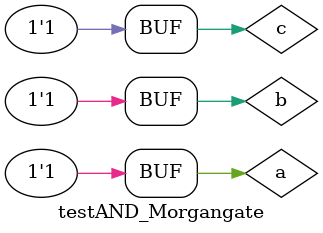
<source format=v>
module AND_Morgangate ( output s,
input p, q, r);
assign s = ( ~((~p)|(~q)|(~r)) );
endmodule // AND_Morgangate
// ---------------------
// -- test AND_Morgan gate
// ---------------------
module testAND_Morgangate;
// ------------------------- dados locais
reg a, b, c; // definir registradores
wire s; // definir conexao (fio)
// ------------------------- instancia
AND_Morgangate AND_Morgan1 (s, a, b, c);
// ------------------------- preparacao
initial begin:start
a=0; b=0; c=0;
end

// ------------------------- parte principal
initial begin
$display("Ex1 Nand gate - Vinicius Bordoni - 365595");
$display("Test AND_Morgan gate");
$display("\na  b = s\n");
$monitor("%b   %b  %b  =  %b", a, b, c, s); 
#1 a=0; b=0; c=0;
#1 a=0; b=0; c=1;
#1 a=0; b=1; c=0;
#1 a=0; b=1; c=1;
#1 a=1; b=0; c=0;
#1 a=1; b=0; c=1;
#1 a=1; b=1; c=0;
#1 a=1; b=1; c=1;
end
endmodule // testAND_Morgangate
</source>
